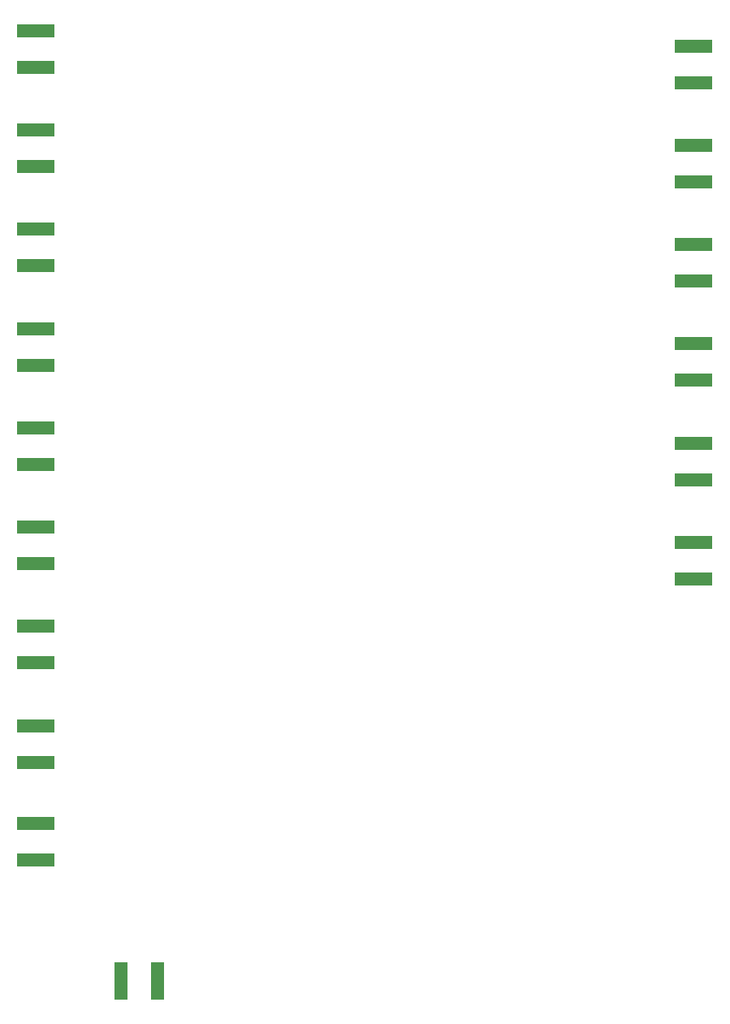
<source format=gbr>
G04 DipTrace 4.2.0.1*
G04 TopPaste.gbr*
%MOIN*%
G04 #@! TF.FileFunction,Paste,Top*
G04 #@! TF.Part,Single*
%ADD76R,0.055118X0.153543*%
%ADD80R,0.153543X0.055118*%
%FSLAX26Y26*%
G04*
G70*
G90*
G75*
G01*
G04 TopPaste*
%LPD*%
D80*
X743701Y4543701D3*
Y4393701D3*
Y4136220D3*
Y3986220D3*
Y3728740D3*
Y3578740D3*
Y3321260D3*
Y3171260D3*
Y2913780D3*
Y2763780D3*
Y2506299D3*
Y2356299D3*
Y2098819D3*
Y1948819D3*
Y1691339D3*
Y1541339D3*
Y1291732D3*
Y1141732D3*
D76*
X1093701Y643701D3*
X1243701D3*
D80*
X3443701Y2293701D3*
Y2443701D3*
Y2701181D3*
Y2851181D3*
Y3108661D3*
Y3258661D3*
Y3516142D3*
Y3666142D3*
Y3923622D3*
Y4073622D3*
Y4331102D3*
Y4481102D3*
M02*

</source>
